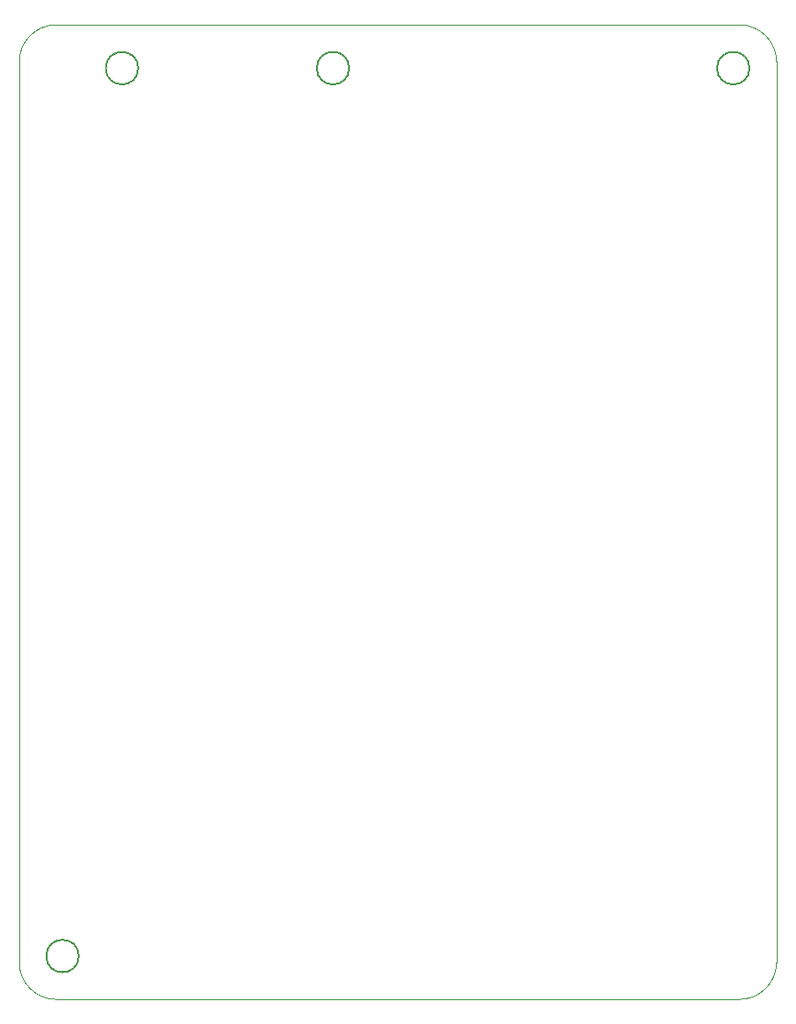
<source format=gbr>
%TF.GenerationSoftware,KiCad,Pcbnew,9.0.2*%
%TF.CreationDate,2025-06-17T11:44:15-05:00*%
%TF.ProjectId,BOARD,424f4152-442e-46b6-9963-61645f706362,rev?*%
%TF.SameCoordinates,Original*%
%TF.FileFunction,Profile,NP*%
%FSLAX46Y46*%
G04 Gerber Fmt 4.6, Leading zero omitted, Abs format (unit mm)*
G04 Created by KiCad (PCBNEW 9.0.2) date 2025-06-17 11:44:15*
%MOMM*%
%LPD*%
G01*
G04 APERTURE LIST*
%TA.AperFunction,Profile*%
%ADD10C,0.152400*%
%TD*%
%TA.AperFunction,Profile*%
%ADD11C,0.050000*%
%TD*%
G04 APERTURE END LIST*
D10*
X144001100Y-64003600D02*
G75*
G02*
X141001100Y-64003600I-1500000J0D01*
G01*
X141001100Y-64003600D02*
G75*
G02*
X144001100Y-64003600I1500000J0D01*
G01*
D11*
X180086893Y-60003600D02*
X116915306Y-60003600D01*
X180086893Y-60003600D02*
G75*
G02*
X183501100Y-63417807I7J-3414200D01*
G01*
X183501100Y-146589395D02*
G75*
G02*
X180086893Y-150003600I-3414200J-5D01*
G01*
X116915306Y-150003600D02*
X180086893Y-150003600D01*
D10*
X124501100Y-64003600D02*
G75*
G02*
X121501100Y-64003600I-1500000J0D01*
G01*
X121501100Y-64003600D02*
G75*
G02*
X124501100Y-64003600I1500000J0D01*
G01*
D11*
X183501100Y-146589394D02*
X183501100Y-63417807D01*
D10*
X181001100Y-64003600D02*
G75*
G02*
X178001100Y-64003600I-1500000J0D01*
G01*
X178001100Y-64003600D02*
G75*
G02*
X181001100Y-64003600I1500000J0D01*
G01*
D11*
X113501100Y-63417807D02*
X113501100Y-146589394D01*
D10*
X119001100Y-146003600D02*
G75*
G02*
X116001100Y-146003600I-1500000J0D01*
G01*
X116001100Y-146003600D02*
G75*
G02*
X119001100Y-146003600I1500000J0D01*
G01*
D11*
X116915306Y-150003600D02*
G75*
G02*
X113501100Y-146589394I-6J3414200D01*
G01*
X113501100Y-63417806D02*
G75*
G02*
X116915306Y-60003600I3414200J6D01*
G01*
M02*

</source>
